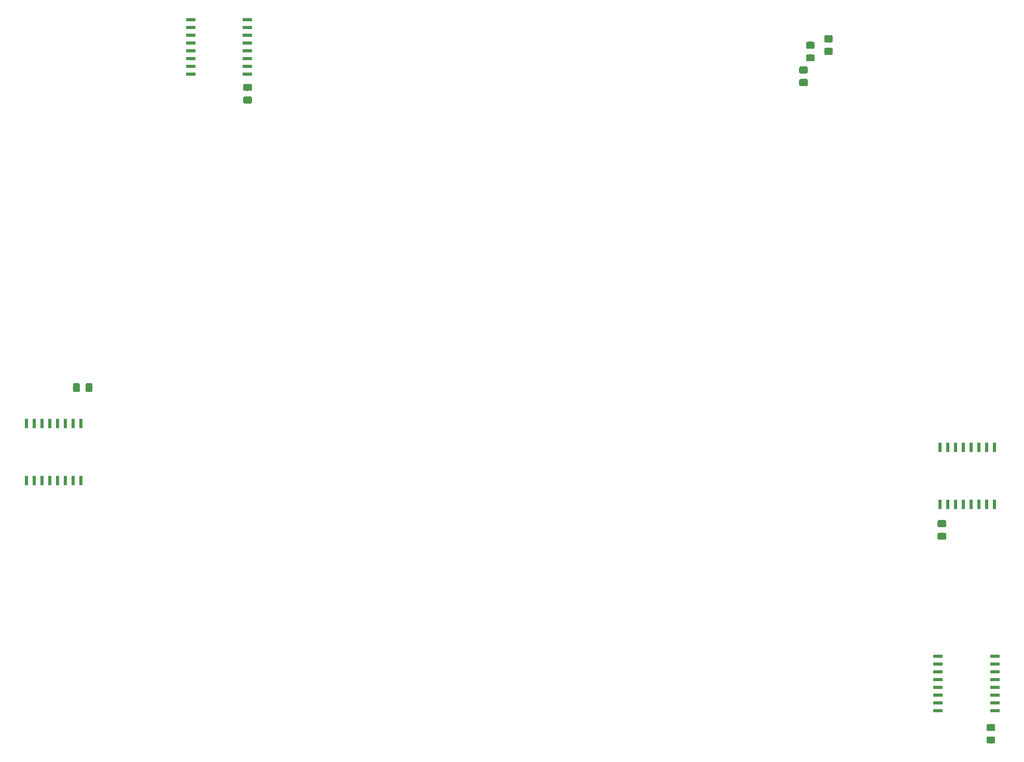
<source format=gbr>
G04 #@! TF.GenerationSoftware,KiCad,Pcbnew,(5.1.4-0-10_14)*
G04 #@! TF.CreationDate,2019-10-29T07:52:00+01:00*
G04 #@! TF.ProjectId,Buttons_AMPCD,42757474-6f6e-4735-9f41-4d5043442e6b,rev?*
G04 #@! TF.SameCoordinates,Original*
G04 #@! TF.FileFunction,Paste,Bot*
G04 #@! TF.FilePolarity,Positive*
%FSLAX46Y46*%
G04 Gerber Fmt 4.6, Leading zero omitted, Abs format (unit mm)*
G04 Created by KiCad (PCBNEW (5.1.4-0-10_14)) date 2019-10-29 07:52:00*
%MOMM*%
%LPD*%
G04 APERTURE LIST*
%ADD10C,0.100000*%
%ADD11C,1.150000*%
%ADD12R,1.500000X0.600000*%
%ADD13R,0.600000X1.500000*%
G04 APERTURE END LIST*
D10*
G36*
X144924305Y-35967804D02*
G01*
X144948573Y-35971404D01*
X144972372Y-35977365D01*
X144995471Y-35985630D01*
X145017650Y-35996120D01*
X145038693Y-36008732D01*
X145058399Y-36023347D01*
X145076577Y-36039823D01*
X145093053Y-36058001D01*
X145107668Y-36077707D01*
X145120280Y-36098750D01*
X145130770Y-36120929D01*
X145139035Y-36144028D01*
X145144996Y-36167827D01*
X145148596Y-36192095D01*
X145149800Y-36216599D01*
X145149800Y-36866601D01*
X145148596Y-36891105D01*
X145144996Y-36915373D01*
X145139035Y-36939172D01*
X145130770Y-36962271D01*
X145120280Y-36984450D01*
X145107668Y-37005493D01*
X145093053Y-37025199D01*
X145076577Y-37043377D01*
X145058399Y-37059853D01*
X145038693Y-37074468D01*
X145017650Y-37087080D01*
X144995471Y-37097570D01*
X144972372Y-37105835D01*
X144948573Y-37111796D01*
X144924305Y-37115396D01*
X144899801Y-37116600D01*
X143999799Y-37116600D01*
X143975295Y-37115396D01*
X143951027Y-37111796D01*
X143927228Y-37105835D01*
X143904129Y-37097570D01*
X143881950Y-37087080D01*
X143860907Y-37074468D01*
X143841201Y-37059853D01*
X143823023Y-37043377D01*
X143806547Y-37025199D01*
X143791932Y-37005493D01*
X143779320Y-36984450D01*
X143768830Y-36962271D01*
X143760565Y-36939172D01*
X143754604Y-36915373D01*
X143751004Y-36891105D01*
X143749800Y-36866601D01*
X143749800Y-36216599D01*
X143751004Y-36192095D01*
X143754604Y-36167827D01*
X143760565Y-36144028D01*
X143768830Y-36120929D01*
X143779320Y-36098750D01*
X143791932Y-36077707D01*
X143806547Y-36058001D01*
X143823023Y-36039823D01*
X143841201Y-36023347D01*
X143860907Y-36008732D01*
X143881950Y-35996120D01*
X143904129Y-35985630D01*
X143927228Y-35977365D01*
X143951027Y-35971404D01*
X143975295Y-35967804D01*
X143999799Y-35966600D01*
X144899801Y-35966600D01*
X144924305Y-35967804D01*
X144924305Y-35967804D01*
G37*
D11*
X144449800Y-36541600D03*
D10*
G36*
X144924305Y-38017804D02*
G01*
X144948573Y-38021404D01*
X144972372Y-38027365D01*
X144995471Y-38035630D01*
X145017650Y-38046120D01*
X145038693Y-38058732D01*
X145058399Y-38073347D01*
X145076577Y-38089823D01*
X145093053Y-38108001D01*
X145107668Y-38127707D01*
X145120280Y-38148750D01*
X145130770Y-38170929D01*
X145139035Y-38194028D01*
X145144996Y-38217827D01*
X145148596Y-38242095D01*
X145149800Y-38266599D01*
X145149800Y-38916601D01*
X145148596Y-38941105D01*
X145144996Y-38965373D01*
X145139035Y-38989172D01*
X145130770Y-39012271D01*
X145120280Y-39034450D01*
X145107668Y-39055493D01*
X145093053Y-39075199D01*
X145076577Y-39093377D01*
X145058399Y-39109853D01*
X145038693Y-39124468D01*
X145017650Y-39137080D01*
X144995471Y-39147570D01*
X144972372Y-39155835D01*
X144948573Y-39161796D01*
X144924305Y-39165396D01*
X144899801Y-39166600D01*
X143999799Y-39166600D01*
X143975295Y-39165396D01*
X143951027Y-39161796D01*
X143927228Y-39155835D01*
X143904129Y-39147570D01*
X143881950Y-39137080D01*
X143860907Y-39124468D01*
X143841201Y-39109853D01*
X143823023Y-39093377D01*
X143806547Y-39075199D01*
X143791932Y-39055493D01*
X143779320Y-39034450D01*
X143768830Y-39012271D01*
X143760565Y-38989172D01*
X143754604Y-38965373D01*
X143751004Y-38941105D01*
X143749800Y-38916601D01*
X143749800Y-38266599D01*
X143751004Y-38242095D01*
X143754604Y-38217827D01*
X143760565Y-38194028D01*
X143768830Y-38170929D01*
X143779320Y-38148750D01*
X143791932Y-38127707D01*
X143806547Y-38108001D01*
X143823023Y-38089823D01*
X143841201Y-38073347D01*
X143860907Y-38058732D01*
X143881950Y-38046120D01*
X143904129Y-38035630D01*
X143927228Y-38027365D01*
X143951027Y-38021404D01*
X143975295Y-38017804D01*
X143999799Y-38016600D01*
X144899801Y-38016600D01*
X144924305Y-38017804D01*
X144924305Y-38017804D01*
G37*
D11*
X144449800Y-38591600D03*
D10*
G36*
X146041905Y-33979204D02*
G01*
X146066173Y-33982804D01*
X146089972Y-33988765D01*
X146113071Y-33997030D01*
X146135250Y-34007520D01*
X146156293Y-34020132D01*
X146175999Y-34034747D01*
X146194177Y-34051223D01*
X146210653Y-34069401D01*
X146225268Y-34089107D01*
X146237880Y-34110150D01*
X146248370Y-34132329D01*
X146256635Y-34155428D01*
X146262596Y-34179227D01*
X146266196Y-34203495D01*
X146267400Y-34227999D01*
X146267400Y-34878001D01*
X146266196Y-34902505D01*
X146262596Y-34926773D01*
X146256635Y-34950572D01*
X146248370Y-34973671D01*
X146237880Y-34995850D01*
X146225268Y-35016893D01*
X146210653Y-35036599D01*
X146194177Y-35054777D01*
X146175999Y-35071253D01*
X146156293Y-35085868D01*
X146135250Y-35098480D01*
X146113071Y-35108970D01*
X146089972Y-35117235D01*
X146066173Y-35123196D01*
X146041905Y-35126796D01*
X146017401Y-35128000D01*
X145117399Y-35128000D01*
X145092895Y-35126796D01*
X145068627Y-35123196D01*
X145044828Y-35117235D01*
X145021729Y-35108970D01*
X144999550Y-35098480D01*
X144978507Y-35085868D01*
X144958801Y-35071253D01*
X144940623Y-35054777D01*
X144924147Y-35036599D01*
X144909532Y-35016893D01*
X144896920Y-34995850D01*
X144886430Y-34973671D01*
X144878165Y-34950572D01*
X144872204Y-34926773D01*
X144868604Y-34902505D01*
X144867400Y-34878001D01*
X144867400Y-34227999D01*
X144868604Y-34203495D01*
X144872204Y-34179227D01*
X144878165Y-34155428D01*
X144886430Y-34132329D01*
X144896920Y-34110150D01*
X144909532Y-34089107D01*
X144924147Y-34069401D01*
X144940623Y-34051223D01*
X144958801Y-34034747D01*
X144978507Y-34020132D01*
X144999550Y-34007520D01*
X145021729Y-33997030D01*
X145044828Y-33988765D01*
X145068627Y-33982804D01*
X145092895Y-33979204D01*
X145117399Y-33978000D01*
X146017401Y-33978000D01*
X146041905Y-33979204D01*
X146041905Y-33979204D01*
G37*
D11*
X145567400Y-34553000D03*
D10*
G36*
X146041905Y-31929204D02*
G01*
X146066173Y-31932804D01*
X146089972Y-31938765D01*
X146113071Y-31947030D01*
X146135250Y-31957520D01*
X146156293Y-31970132D01*
X146175999Y-31984747D01*
X146194177Y-32001223D01*
X146210653Y-32019401D01*
X146225268Y-32039107D01*
X146237880Y-32060150D01*
X146248370Y-32082329D01*
X146256635Y-32105428D01*
X146262596Y-32129227D01*
X146266196Y-32153495D01*
X146267400Y-32177999D01*
X146267400Y-32828001D01*
X146266196Y-32852505D01*
X146262596Y-32876773D01*
X146256635Y-32900572D01*
X146248370Y-32923671D01*
X146237880Y-32945850D01*
X146225268Y-32966893D01*
X146210653Y-32986599D01*
X146194177Y-33004777D01*
X146175999Y-33021253D01*
X146156293Y-33035868D01*
X146135250Y-33048480D01*
X146113071Y-33058970D01*
X146089972Y-33067235D01*
X146066173Y-33073196D01*
X146041905Y-33076796D01*
X146017401Y-33078000D01*
X145117399Y-33078000D01*
X145092895Y-33076796D01*
X145068627Y-33073196D01*
X145044828Y-33067235D01*
X145021729Y-33058970D01*
X144999550Y-33048480D01*
X144978507Y-33035868D01*
X144958801Y-33021253D01*
X144940623Y-33004777D01*
X144924147Y-32986599D01*
X144909532Y-32966893D01*
X144896920Y-32945850D01*
X144886430Y-32923671D01*
X144878165Y-32900572D01*
X144872204Y-32876773D01*
X144868604Y-32852505D01*
X144867400Y-32828001D01*
X144867400Y-32177999D01*
X144868604Y-32153495D01*
X144872204Y-32129227D01*
X144878165Y-32105428D01*
X144886430Y-32082329D01*
X144896920Y-32060150D01*
X144909532Y-32039107D01*
X144924147Y-32019401D01*
X144940623Y-32001223D01*
X144958801Y-31984747D01*
X144978507Y-31970132D01*
X144999550Y-31957520D01*
X145021729Y-31947030D01*
X145044828Y-31938765D01*
X145068627Y-31932804D01*
X145092895Y-31929204D01*
X145117399Y-31928000D01*
X146017401Y-31928000D01*
X146041905Y-31929204D01*
X146041905Y-31929204D01*
G37*
D11*
X145567400Y-32503000D03*
D12*
X175719000Y-141224000D03*
X175719000Y-139954000D03*
X175719000Y-138684000D03*
X175719000Y-137414000D03*
X175719000Y-136144000D03*
X175719000Y-134874000D03*
X175719000Y-133604000D03*
X175719000Y-132334000D03*
X166419000Y-132334000D03*
X166419000Y-133604000D03*
X166419000Y-134874000D03*
X166419000Y-136144000D03*
X166419000Y-137414000D03*
X166419000Y-138684000D03*
X166419000Y-139954000D03*
X166419000Y-141224000D03*
D13*
X26416000Y-103583000D03*
X25146000Y-103583000D03*
X23876000Y-103583000D03*
X22606000Y-103583000D03*
X21336000Y-103583000D03*
X20066000Y-103583000D03*
X18796000Y-103583000D03*
X17526000Y-103583000D03*
X17526000Y-94283000D03*
X18796000Y-94283000D03*
X20066000Y-94283000D03*
X21336000Y-94283000D03*
X22606000Y-94283000D03*
X23876000Y-94283000D03*
X25146000Y-94283000D03*
X26416000Y-94283000D03*
X166751000Y-98220000D03*
X168021000Y-98220000D03*
X169291000Y-98220000D03*
X170561000Y-98220000D03*
X171831000Y-98220000D03*
X173101000Y-98220000D03*
X174371000Y-98220000D03*
X175641000Y-98220000D03*
X175641000Y-107520000D03*
X174371000Y-107520000D03*
X173101000Y-107520000D03*
X171831000Y-107520000D03*
X170561000Y-107520000D03*
X169291000Y-107520000D03*
X168021000Y-107520000D03*
X166751000Y-107520000D03*
D12*
X53672000Y-37211000D03*
X53672000Y-35941000D03*
X53672000Y-34671000D03*
X53672000Y-33401000D03*
X53672000Y-32131000D03*
X53672000Y-30861000D03*
X53672000Y-29591000D03*
X53672000Y-28321000D03*
X44372000Y-28321000D03*
X44372000Y-29591000D03*
X44372000Y-30861000D03*
X44372000Y-32131000D03*
X44372000Y-33401000D03*
X44372000Y-34671000D03*
X44372000Y-35941000D03*
X44372000Y-37211000D03*
D10*
G36*
X149013705Y-32921404D02*
G01*
X149037973Y-32925004D01*
X149061772Y-32930965D01*
X149084871Y-32939230D01*
X149107050Y-32949720D01*
X149128093Y-32962332D01*
X149147799Y-32976947D01*
X149165977Y-32993423D01*
X149182453Y-33011601D01*
X149197068Y-33031307D01*
X149209680Y-33052350D01*
X149220170Y-33074529D01*
X149228435Y-33097628D01*
X149234396Y-33121427D01*
X149237996Y-33145695D01*
X149239200Y-33170199D01*
X149239200Y-33820201D01*
X149237996Y-33844705D01*
X149234396Y-33868973D01*
X149228435Y-33892772D01*
X149220170Y-33915871D01*
X149209680Y-33938050D01*
X149197068Y-33959093D01*
X149182453Y-33978799D01*
X149165977Y-33996977D01*
X149147799Y-34013453D01*
X149128093Y-34028068D01*
X149107050Y-34040680D01*
X149084871Y-34051170D01*
X149061772Y-34059435D01*
X149037973Y-34065396D01*
X149013705Y-34068996D01*
X148989201Y-34070200D01*
X148089199Y-34070200D01*
X148064695Y-34068996D01*
X148040427Y-34065396D01*
X148016628Y-34059435D01*
X147993529Y-34051170D01*
X147971350Y-34040680D01*
X147950307Y-34028068D01*
X147930601Y-34013453D01*
X147912423Y-33996977D01*
X147895947Y-33978799D01*
X147881332Y-33959093D01*
X147868720Y-33938050D01*
X147858230Y-33915871D01*
X147849965Y-33892772D01*
X147844004Y-33868973D01*
X147840404Y-33844705D01*
X147839200Y-33820201D01*
X147839200Y-33170199D01*
X147840404Y-33145695D01*
X147844004Y-33121427D01*
X147849965Y-33097628D01*
X147858230Y-33074529D01*
X147868720Y-33052350D01*
X147881332Y-33031307D01*
X147895947Y-33011601D01*
X147912423Y-32993423D01*
X147930601Y-32976947D01*
X147950307Y-32962332D01*
X147971350Y-32949720D01*
X147993529Y-32939230D01*
X148016628Y-32930965D01*
X148040427Y-32925004D01*
X148064695Y-32921404D01*
X148089199Y-32920200D01*
X148989201Y-32920200D01*
X149013705Y-32921404D01*
X149013705Y-32921404D01*
G37*
D11*
X148539200Y-33495200D03*
D10*
G36*
X149013705Y-30871404D02*
G01*
X149037973Y-30875004D01*
X149061772Y-30880965D01*
X149084871Y-30889230D01*
X149107050Y-30899720D01*
X149128093Y-30912332D01*
X149147799Y-30926947D01*
X149165977Y-30943423D01*
X149182453Y-30961601D01*
X149197068Y-30981307D01*
X149209680Y-31002350D01*
X149220170Y-31024529D01*
X149228435Y-31047628D01*
X149234396Y-31071427D01*
X149237996Y-31095695D01*
X149239200Y-31120199D01*
X149239200Y-31770201D01*
X149237996Y-31794705D01*
X149234396Y-31818973D01*
X149228435Y-31842772D01*
X149220170Y-31865871D01*
X149209680Y-31888050D01*
X149197068Y-31909093D01*
X149182453Y-31928799D01*
X149165977Y-31946977D01*
X149147799Y-31963453D01*
X149128093Y-31978068D01*
X149107050Y-31990680D01*
X149084871Y-32001170D01*
X149061772Y-32009435D01*
X149037973Y-32015396D01*
X149013705Y-32018996D01*
X148989201Y-32020200D01*
X148089199Y-32020200D01*
X148064695Y-32018996D01*
X148040427Y-32015396D01*
X148016628Y-32009435D01*
X147993529Y-32001170D01*
X147971350Y-31990680D01*
X147950307Y-31978068D01*
X147930601Y-31963453D01*
X147912423Y-31946977D01*
X147895947Y-31928799D01*
X147881332Y-31909093D01*
X147868720Y-31888050D01*
X147858230Y-31865871D01*
X147849965Y-31842772D01*
X147844004Y-31818973D01*
X147840404Y-31794705D01*
X147839200Y-31770201D01*
X147839200Y-31120199D01*
X147840404Y-31095695D01*
X147844004Y-31071427D01*
X147849965Y-31047628D01*
X147858230Y-31024529D01*
X147868720Y-31002350D01*
X147881332Y-30981307D01*
X147895947Y-30961601D01*
X147912423Y-30943423D01*
X147930601Y-30926947D01*
X147950307Y-30912332D01*
X147971350Y-30899720D01*
X147993529Y-30889230D01*
X148016628Y-30880965D01*
X148040427Y-30875004D01*
X148064695Y-30871404D01*
X148089199Y-30870200D01*
X148989201Y-30870200D01*
X149013705Y-30871404D01*
X149013705Y-30871404D01*
G37*
D11*
X148539200Y-31445200D03*
D10*
G36*
X54144705Y-38812604D02*
G01*
X54168973Y-38816204D01*
X54192772Y-38822165D01*
X54215871Y-38830430D01*
X54238050Y-38840920D01*
X54259093Y-38853532D01*
X54278799Y-38868147D01*
X54296977Y-38884623D01*
X54313453Y-38902801D01*
X54328068Y-38922507D01*
X54340680Y-38943550D01*
X54351170Y-38965729D01*
X54359435Y-38988828D01*
X54365396Y-39012627D01*
X54368996Y-39036895D01*
X54370200Y-39061399D01*
X54370200Y-39711401D01*
X54368996Y-39735905D01*
X54365396Y-39760173D01*
X54359435Y-39783972D01*
X54351170Y-39807071D01*
X54340680Y-39829250D01*
X54328068Y-39850293D01*
X54313453Y-39869999D01*
X54296977Y-39888177D01*
X54278799Y-39904653D01*
X54259093Y-39919268D01*
X54238050Y-39931880D01*
X54215871Y-39942370D01*
X54192772Y-39950635D01*
X54168973Y-39956596D01*
X54144705Y-39960196D01*
X54120201Y-39961400D01*
X53220199Y-39961400D01*
X53195695Y-39960196D01*
X53171427Y-39956596D01*
X53147628Y-39950635D01*
X53124529Y-39942370D01*
X53102350Y-39931880D01*
X53081307Y-39919268D01*
X53061601Y-39904653D01*
X53043423Y-39888177D01*
X53026947Y-39869999D01*
X53012332Y-39850293D01*
X52999720Y-39829250D01*
X52989230Y-39807071D01*
X52980965Y-39783972D01*
X52975004Y-39760173D01*
X52971404Y-39735905D01*
X52970200Y-39711401D01*
X52970200Y-39061399D01*
X52971404Y-39036895D01*
X52975004Y-39012627D01*
X52980965Y-38988828D01*
X52989230Y-38965729D01*
X52999720Y-38943550D01*
X53012332Y-38922507D01*
X53026947Y-38902801D01*
X53043423Y-38884623D01*
X53061601Y-38868147D01*
X53081307Y-38853532D01*
X53102350Y-38840920D01*
X53124529Y-38830430D01*
X53147628Y-38822165D01*
X53171427Y-38816204D01*
X53195695Y-38812604D01*
X53220199Y-38811400D01*
X54120201Y-38811400D01*
X54144705Y-38812604D01*
X54144705Y-38812604D01*
G37*
D11*
X53670200Y-39386400D03*
D10*
G36*
X54144705Y-40862604D02*
G01*
X54168973Y-40866204D01*
X54192772Y-40872165D01*
X54215871Y-40880430D01*
X54238050Y-40890920D01*
X54259093Y-40903532D01*
X54278799Y-40918147D01*
X54296977Y-40934623D01*
X54313453Y-40952801D01*
X54328068Y-40972507D01*
X54340680Y-40993550D01*
X54351170Y-41015729D01*
X54359435Y-41038828D01*
X54365396Y-41062627D01*
X54368996Y-41086895D01*
X54370200Y-41111399D01*
X54370200Y-41761401D01*
X54368996Y-41785905D01*
X54365396Y-41810173D01*
X54359435Y-41833972D01*
X54351170Y-41857071D01*
X54340680Y-41879250D01*
X54328068Y-41900293D01*
X54313453Y-41919999D01*
X54296977Y-41938177D01*
X54278799Y-41954653D01*
X54259093Y-41969268D01*
X54238050Y-41981880D01*
X54215871Y-41992370D01*
X54192772Y-42000635D01*
X54168973Y-42006596D01*
X54144705Y-42010196D01*
X54120201Y-42011400D01*
X53220199Y-42011400D01*
X53195695Y-42010196D01*
X53171427Y-42006596D01*
X53147628Y-42000635D01*
X53124529Y-41992370D01*
X53102350Y-41981880D01*
X53081307Y-41969268D01*
X53061601Y-41954653D01*
X53043423Y-41938177D01*
X53026947Y-41919999D01*
X53012332Y-41900293D01*
X52999720Y-41879250D01*
X52989230Y-41857071D01*
X52980965Y-41833972D01*
X52975004Y-41810173D01*
X52971404Y-41785905D01*
X52970200Y-41761401D01*
X52970200Y-41111399D01*
X52971404Y-41086895D01*
X52975004Y-41062627D01*
X52980965Y-41038828D01*
X52989230Y-41015729D01*
X52999720Y-40993550D01*
X53012332Y-40972507D01*
X53026947Y-40952801D01*
X53043423Y-40934623D01*
X53061601Y-40918147D01*
X53081307Y-40903532D01*
X53102350Y-40890920D01*
X53124529Y-40880430D01*
X53147628Y-40872165D01*
X53171427Y-40866204D01*
X53195695Y-40862604D01*
X53220199Y-40861400D01*
X54120201Y-40861400D01*
X54144705Y-40862604D01*
X54144705Y-40862604D01*
G37*
D11*
X53670200Y-41436400D03*
D10*
G36*
X28120705Y-87718604D02*
G01*
X28144973Y-87722204D01*
X28168772Y-87728165D01*
X28191871Y-87736430D01*
X28214050Y-87746920D01*
X28235093Y-87759532D01*
X28254799Y-87774147D01*
X28272977Y-87790623D01*
X28289453Y-87808801D01*
X28304068Y-87828507D01*
X28316680Y-87849550D01*
X28327170Y-87871729D01*
X28335435Y-87894828D01*
X28341396Y-87918627D01*
X28344996Y-87942895D01*
X28346200Y-87967399D01*
X28346200Y-88867401D01*
X28344996Y-88891905D01*
X28341396Y-88916173D01*
X28335435Y-88939972D01*
X28327170Y-88963071D01*
X28316680Y-88985250D01*
X28304068Y-89006293D01*
X28289453Y-89025999D01*
X28272977Y-89044177D01*
X28254799Y-89060653D01*
X28235093Y-89075268D01*
X28214050Y-89087880D01*
X28191871Y-89098370D01*
X28168772Y-89106635D01*
X28144973Y-89112596D01*
X28120705Y-89116196D01*
X28096201Y-89117400D01*
X27446199Y-89117400D01*
X27421695Y-89116196D01*
X27397427Y-89112596D01*
X27373628Y-89106635D01*
X27350529Y-89098370D01*
X27328350Y-89087880D01*
X27307307Y-89075268D01*
X27287601Y-89060653D01*
X27269423Y-89044177D01*
X27252947Y-89025999D01*
X27238332Y-89006293D01*
X27225720Y-88985250D01*
X27215230Y-88963071D01*
X27206965Y-88939972D01*
X27201004Y-88916173D01*
X27197404Y-88891905D01*
X27196200Y-88867401D01*
X27196200Y-87967399D01*
X27197404Y-87942895D01*
X27201004Y-87918627D01*
X27206965Y-87894828D01*
X27215230Y-87871729D01*
X27225720Y-87849550D01*
X27238332Y-87828507D01*
X27252947Y-87808801D01*
X27269423Y-87790623D01*
X27287601Y-87774147D01*
X27307307Y-87759532D01*
X27328350Y-87746920D01*
X27350529Y-87736430D01*
X27373628Y-87728165D01*
X27397427Y-87722204D01*
X27421695Y-87718604D01*
X27446199Y-87717400D01*
X28096201Y-87717400D01*
X28120705Y-87718604D01*
X28120705Y-87718604D01*
G37*
D11*
X27771200Y-88417400D03*
D10*
G36*
X26070705Y-87718604D02*
G01*
X26094973Y-87722204D01*
X26118772Y-87728165D01*
X26141871Y-87736430D01*
X26164050Y-87746920D01*
X26185093Y-87759532D01*
X26204799Y-87774147D01*
X26222977Y-87790623D01*
X26239453Y-87808801D01*
X26254068Y-87828507D01*
X26266680Y-87849550D01*
X26277170Y-87871729D01*
X26285435Y-87894828D01*
X26291396Y-87918627D01*
X26294996Y-87942895D01*
X26296200Y-87967399D01*
X26296200Y-88867401D01*
X26294996Y-88891905D01*
X26291396Y-88916173D01*
X26285435Y-88939972D01*
X26277170Y-88963071D01*
X26266680Y-88985250D01*
X26254068Y-89006293D01*
X26239453Y-89025999D01*
X26222977Y-89044177D01*
X26204799Y-89060653D01*
X26185093Y-89075268D01*
X26164050Y-89087880D01*
X26141871Y-89098370D01*
X26118772Y-89106635D01*
X26094973Y-89112596D01*
X26070705Y-89116196D01*
X26046201Y-89117400D01*
X25396199Y-89117400D01*
X25371695Y-89116196D01*
X25347427Y-89112596D01*
X25323628Y-89106635D01*
X25300529Y-89098370D01*
X25278350Y-89087880D01*
X25257307Y-89075268D01*
X25237601Y-89060653D01*
X25219423Y-89044177D01*
X25202947Y-89025999D01*
X25188332Y-89006293D01*
X25175720Y-88985250D01*
X25165230Y-88963071D01*
X25156965Y-88939972D01*
X25151004Y-88916173D01*
X25147404Y-88891905D01*
X25146200Y-88867401D01*
X25146200Y-87967399D01*
X25147404Y-87942895D01*
X25151004Y-87918627D01*
X25156965Y-87894828D01*
X25165230Y-87871729D01*
X25175720Y-87849550D01*
X25188332Y-87828507D01*
X25202947Y-87808801D01*
X25219423Y-87790623D01*
X25237601Y-87774147D01*
X25257307Y-87759532D01*
X25278350Y-87746920D01*
X25300529Y-87736430D01*
X25323628Y-87728165D01*
X25347427Y-87722204D01*
X25371695Y-87718604D01*
X25396199Y-87717400D01*
X26046201Y-87717400D01*
X26070705Y-87718604D01*
X26070705Y-87718604D01*
G37*
D11*
X25721200Y-88417400D03*
D10*
G36*
X167530305Y-110059604D02*
G01*
X167554573Y-110063204D01*
X167578372Y-110069165D01*
X167601471Y-110077430D01*
X167623650Y-110087920D01*
X167644693Y-110100532D01*
X167664399Y-110115147D01*
X167682577Y-110131623D01*
X167699053Y-110149801D01*
X167713668Y-110169507D01*
X167726280Y-110190550D01*
X167736770Y-110212729D01*
X167745035Y-110235828D01*
X167750996Y-110259627D01*
X167754596Y-110283895D01*
X167755800Y-110308399D01*
X167755800Y-110958401D01*
X167754596Y-110982905D01*
X167750996Y-111007173D01*
X167745035Y-111030972D01*
X167736770Y-111054071D01*
X167726280Y-111076250D01*
X167713668Y-111097293D01*
X167699053Y-111116999D01*
X167682577Y-111135177D01*
X167664399Y-111151653D01*
X167644693Y-111166268D01*
X167623650Y-111178880D01*
X167601471Y-111189370D01*
X167578372Y-111197635D01*
X167554573Y-111203596D01*
X167530305Y-111207196D01*
X167505801Y-111208400D01*
X166605799Y-111208400D01*
X166581295Y-111207196D01*
X166557027Y-111203596D01*
X166533228Y-111197635D01*
X166510129Y-111189370D01*
X166487950Y-111178880D01*
X166466907Y-111166268D01*
X166447201Y-111151653D01*
X166429023Y-111135177D01*
X166412547Y-111116999D01*
X166397932Y-111097293D01*
X166385320Y-111076250D01*
X166374830Y-111054071D01*
X166366565Y-111030972D01*
X166360604Y-111007173D01*
X166357004Y-110982905D01*
X166355800Y-110958401D01*
X166355800Y-110308399D01*
X166357004Y-110283895D01*
X166360604Y-110259627D01*
X166366565Y-110235828D01*
X166374830Y-110212729D01*
X166385320Y-110190550D01*
X166397932Y-110169507D01*
X166412547Y-110149801D01*
X166429023Y-110131623D01*
X166447201Y-110115147D01*
X166466907Y-110100532D01*
X166487950Y-110087920D01*
X166510129Y-110077430D01*
X166533228Y-110069165D01*
X166557027Y-110063204D01*
X166581295Y-110059604D01*
X166605799Y-110058400D01*
X167505801Y-110058400D01*
X167530305Y-110059604D01*
X167530305Y-110059604D01*
G37*
D11*
X167055800Y-110633400D03*
D10*
G36*
X167530305Y-112109604D02*
G01*
X167554573Y-112113204D01*
X167578372Y-112119165D01*
X167601471Y-112127430D01*
X167623650Y-112137920D01*
X167644693Y-112150532D01*
X167664399Y-112165147D01*
X167682577Y-112181623D01*
X167699053Y-112199801D01*
X167713668Y-112219507D01*
X167726280Y-112240550D01*
X167736770Y-112262729D01*
X167745035Y-112285828D01*
X167750996Y-112309627D01*
X167754596Y-112333895D01*
X167755800Y-112358399D01*
X167755800Y-113008401D01*
X167754596Y-113032905D01*
X167750996Y-113057173D01*
X167745035Y-113080972D01*
X167736770Y-113104071D01*
X167726280Y-113126250D01*
X167713668Y-113147293D01*
X167699053Y-113166999D01*
X167682577Y-113185177D01*
X167664399Y-113201653D01*
X167644693Y-113216268D01*
X167623650Y-113228880D01*
X167601471Y-113239370D01*
X167578372Y-113247635D01*
X167554573Y-113253596D01*
X167530305Y-113257196D01*
X167505801Y-113258400D01*
X166605799Y-113258400D01*
X166581295Y-113257196D01*
X166557027Y-113253596D01*
X166533228Y-113247635D01*
X166510129Y-113239370D01*
X166487950Y-113228880D01*
X166466907Y-113216268D01*
X166447201Y-113201653D01*
X166429023Y-113185177D01*
X166412547Y-113166999D01*
X166397932Y-113147293D01*
X166385320Y-113126250D01*
X166374830Y-113104071D01*
X166366565Y-113080972D01*
X166360604Y-113057173D01*
X166357004Y-113032905D01*
X166355800Y-113008401D01*
X166355800Y-112358399D01*
X166357004Y-112333895D01*
X166360604Y-112309627D01*
X166366565Y-112285828D01*
X166374830Y-112262729D01*
X166385320Y-112240550D01*
X166397932Y-112219507D01*
X166412547Y-112199801D01*
X166429023Y-112181623D01*
X166447201Y-112165147D01*
X166466907Y-112150532D01*
X166487950Y-112137920D01*
X166510129Y-112127430D01*
X166533228Y-112119165D01*
X166557027Y-112113204D01*
X166581295Y-112109604D01*
X166605799Y-112108400D01*
X167505801Y-112108400D01*
X167530305Y-112109604D01*
X167530305Y-112109604D01*
G37*
D11*
X167055800Y-112683400D03*
D10*
G36*
X175531305Y-145409004D02*
G01*
X175555573Y-145412604D01*
X175579372Y-145418565D01*
X175602471Y-145426830D01*
X175624650Y-145437320D01*
X175645693Y-145449932D01*
X175665399Y-145464547D01*
X175683577Y-145481023D01*
X175700053Y-145499201D01*
X175714668Y-145518907D01*
X175727280Y-145539950D01*
X175737770Y-145562129D01*
X175746035Y-145585228D01*
X175751996Y-145609027D01*
X175755596Y-145633295D01*
X175756800Y-145657799D01*
X175756800Y-146307801D01*
X175755596Y-146332305D01*
X175751996Y-146356573D01*
X175746035Y-146380372D01*
X175737770Y-146403471D01*
X175727280Y-146425650D01*
X175714668Y-146446693D01*
X175700053Y-146466399D01*
X175683577Y-146484577D01*
X175665399Y-146501053D01*
X175645693Y-146515668D01*
X175624650Y-146528280D01*
X175602471Y-146538770D01*
X175579372Y-146547035D01*
X175555573Y-146552996D01*
X175531305Y-146556596D01*
X175506801Y-146557800D01*
X174606799Y-146557800D01*
X174582295Y-146556596D01*
X174558027Y-146552996D01*
X174534228Y-146547035D01*
X174511129Y-146538770D01*
X174488950Y-146528280D01*
X174467907Y-146515668D01*
X174448201Y-146501053D01*
X174430023Y-146484577D01*
X174413547Y-146466399D01*
X174398932Y-146446693D01*
X174386320Y-146425650D01*
X174375830Y-146403471D01*
X174367565Y-146380372D01*
X174361604Y-146356573D01*
X174358004Y-146332305D01*
X174356800Y-146307801D01*
X174356800Y-145657799D01*
X174358004Y-145633295D01*
X174361604Y-145609027D01*
X174367565Y-145585228D01*
X174375830Y-145562129D01*
X174386320Y-145539950D01*
X174398932Y-145518907D01*
X174413547Y-145499201D01*
X174430023Y-145481023D01*
X174448201Y-145464547D01*
X174467907Y-145449932D01*
X174488950Y-145437320D01*
X174511129Y-145426830D01*
X174534228Y-145418565D01*
X174558027Y-145412604D01*
X174582295Y-145409004D01*
X174606799Y-145407800D01*
X175506801Y-145407800D01*
X175531305Y-145409004D01*
X175531305Y-145409004D01*
G37*
D11*
X175056800Y-145982800D03*
D10*
G36*
X175531305Y-143359004D02*
G01*
X175555573Y-143362604D01*
X175579372Y-143368565D01*
X175602471Y-143376830D01*
X175624650Y-143387320D01*
X175645693Y-143399932D01*
X175665399Y-143414547D01*
X175683577Y-143431023D01*
X175700053Y-143449201D01*
X175714668Y-143468907D01*
X175727280Y-143489950D01*
X175737770Y-143512129D01*
X175746035Y-143535228D01*
X175751996Y-143559027D01*
X175755596Y-143583295D01*
X175756800Y-143607799D01*
X175756800Y-144257801D01*
X175755596Y-144282305D01*
X175751996Y-144306573D01*
X175746035Y-144330372D01*
X175737770Y-144353471D01*
X175727280Y-144375650D01*
X175714668Y-144396693D01*
X175700053Y-144416399D01*
X175683577Y-144434577D01*
X175665399Y-144451053D01*
X175645693Y-144465668D01*
X175624650Y-144478280D01*
X175602471Y-144488770D01*
X175579372Y-144497035D01*
X175555573Y-144502996D01*
X175531305Y-144506596D01*
X175506801Y-144507800D01*
X174606799Y-144507800D01*
X174582295Y-144506596D01*
X174558027Y-144502996D01*
X174534228Y-144497035D01*
X174511129Y-144488770D01*
X174488950Y-144478280D01*
X174467907Y-144465668D01*
X174448201Y-144451053D01*
X174430023Y-144434577D01*
X174413547Y-144416399D01*
X174398932Y-144396693D01*
X174386320Y-144375650D01*
X174375830Y-144353471D01*
X174367565Y-144330372D01*
X174361604Y-144306573D01*
X174358004Y-144282305D01*
X174356800Y-144257801D01*
X174356800Y-143607799D01*
X174358004Y-143583295D01*
X174361604Y-143559027D01*
X174367565Y-143535228D01*
X174375830Y-143512129D01*
X174386320Y-143489950D01*
X174398932Y-143468907D01*
X174413547Y-143449201D01*
X174430023Y-143431023D01*
X174448201Y-143414547D01*
X174467907Y-143399932D01*
X174488950Y-143387320D01*
X174511129Y-143376830D01*
X174534228Y-143368565D01*
X174558027Y-143362604D01*
X174582295Y-143359004D01*
X174606799Y-143357800D01*
X175506801Y-143357800D01*
X175531305Y-143359004D01*
X175531305Y-143359004D01*
G37*
D11*
X175056800Y-143932800D03*
M02*

</source>
